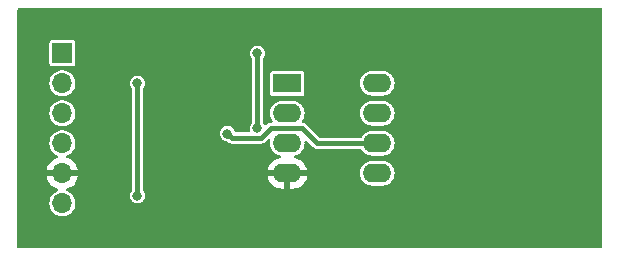
<source format=gbl>
G04 #@! TF.GenerationSoftware,KiCad,Pcbnew,7.0.1*
G04 #@! TF.CreationDate,2023-03-31T23:09:54+02:00*
G04 #@! TF.ProjectId,PMOD SPI Memory,504d4f44-2053-4504-9920-4d656d6f7279,V1.0*
G04 #@! TF.SameCoordinates,Original*
G04 #@! TF.FileFunction,Copper,L2,Bot*
G04 #@! TF.FilePolarity,Positive*
%FSLAX46Y46*%
G04 Gerber Fmt 4.6, Leading zero omitted, Abs format (unit mm)*
G04 Created by KiCad (PCBNEW 7.0.1) date 2023-03-31 23:09:54*
%MOMM*%
%LPD*%
G01*
G04 APERTURE LIST*
G04 #@! TA.AperFunction,ComponentPad*
%ADD10O,2.400000X1.600000*%
G04 #@! TD*
G04 #@! TA.AperFunction,ComponentPad*
%ADD11R,2.400000X1.600000*%
G04 #@! TD*
G04 #@! TA.AperFunction,ComponentPad*
%ADD12R,1.700000X1.700000*%
G04 #@! TD*
G04 #@! TA.AperFunction,ComponentPad*
%ADD13O,1.700000X1.700000*%
G04 #@! TD*
G04 #@! TA.AperFunction,ViaPad*
%ADD14C,0.800000*%
G04 #@! TD*
G04 #@! TA.AperFunction,Conductor*
%ADD15C,0.440000*%
G04 #@! TD*
G04 APERTURE END LIST*
D10*
X128270000Y-104140000D03*
X128270000Y-106680000D03*
X128270000Y-109220000D03*
X128270000Y-111760000D03*
X120650000Y-111760000D03*
X120650000Y-109220000D03*
X120650000Y-106680000D03*
D11*
X120650000Y-104140000D03*
D12*
X101600000Y-101600000D03*
D13*
X101600000Y-104140000D03*
X101600000Y-106680000D03*
X101600000Y-109220000D03*
X101600000Y-111760000D03*
X101600000Y-114300000D03*
D14*
X115570000Y-108400500D03*
X118110000Y-107950000D03*
X118110000Y-101600000D03*
X107950000Y-104140000D03*
X107950000Y-113665000D03*
D15*
X118110000Y-107950000D02*
X118110000Y-101600000D01*
X115939500Y-108770000D02*
X115570000Y-108400500D01*
X119269656Y-107950000D02*
X118449656Y-108770000D01*
X118449656Y-108770000D02*
X115939500Y-108770000D01*
X121920000Y-107950000D02*
X119269656Y-107950000D01*
X123190000Y-109220000D02*
X121920000Y-107950000D01*
X123190000Y-109220000D02*
X128270000Y-109220000D01*
X107950000Y-113665000D02*
X107950000Y-104140000D01*
G04 #@! TA.AperFunction,Conductor*
G36*
X147257500Y-97807113D02*
G01*
X147302887Y-97852500D01*
X147319500Y-97914500D01*
X147319500Y-117985500D01*
X147302887Y-118047500D01*
X147257500Y-118092887D01*
X147195500Y-118109500D01*
X97914500Y-118109500D01*
X97852500Y-118092887D01*
X97807113Y-118047500D01*
X97790500Y-117985500D01*
X97790500Y-112010000D01*
X100269364Y-112010000D01*
X100326569Y-112223492D01*
X100426399Y-112437576D01*
X100561893Y-112631081D01*
X100728918Y-112798106D01*
X100922423Y-112933600D01*
X101136508Y-113033430D01*
X101175584Y-113043901D01*
X101229261Y-113074125D01*
X101261771Y-113126449D01*
X101265090Y-113187961D01*
X101238399Y-113243479D01*
X101188285Y-113279303D01*
X101107360Y-113310653D01*
X100933958Y-113418018D01*
X100783236Y-113555419D01*
X100660324Y-113718181D01*
X100569418Y-113900748D01*
X100513602Y-114096916D01*
X100494785Y-114299999D01*
X100513602Y-114503083D01*
X100569418Y-114699251D01*
X100660324Y-114881818D01*
X100783236Y-115044580D01*
X100933958Y-115181981D01*
X101107361Y-115289347D01*
X101107363Y-115289348D01*
X101297544Y-115363024D01*
X101498024Y-115400500D01*
X101701974Y-115400500D01*
X101701976Y-115400500D01*
X101902456Y-115363024D01*
X102092637Y-115289348D01*
X102266041Y-115181981D01*
X102416764Y-115044579D01*
X102539673Y-114881821D01*
X102539673Y-114881819D01*
X102539675Y-114881818D01*
X102585313Y-114790161D01*
X102630582Y-114699250D01*
X102686397Y-114503083D01*
X102705215Y-114300000D01*
X102686397Y-114096917D01*
X102630582Y-113900750D01*
X102591279Y-113821818D01*
X102539675Y-113718181D01*
X102499515Y-113665000D01*
X107294721Y-113665000D01*
X107313763Y-113821818D01*
X107369780Y-113969523D01*
X107459515Y-114099528D01*
X107459516Y-114099529D01*
X107459517Y-114099530D01*
X107577760Y-114204283D01*
X107717635Y-114277696D01*
X107871015Y-114315500D01*
X108028985Y-114315500D01*
X108182365Y-114277696D01*
X108322240Y-114204283D01*
X108440483Y-114099530D01*
X108530220Y-113969523D01*
X108586237Y-113821818D01*
X108605278Y-113665000D01*
X108586237Y-113508182D01*
X108530220Y-113360477D01*
X108474190Y-113279303D01*
X108442450Y-113233319D01*
X108426115Y-113199769D01*
X108420500Y-113162879D01*
X108420500Y-112010000D01*
X118971128Y-112010000D01*
X119023733Y-112206326D01*
X119119865Y-112412480D01*
X119250341Y-112598819D01*
X119411180Y-112759658D01*
X119597519Y-112890134D01*
X119803673Y-112986266D01*
X120023397Y-113045141D01*
X120193235Y-113060000D01*
X120400000Y-113060000D01*
X120400000Y-112010000D01*
X120900000Y-112010000D01*
X120900000Y-113060000D01*
X121106765Y-113060000D01*
X121276602Y-113045141D01*
X121496326Y-112986266D01*
X121702480Y-112890134D01*
X121888819Y-112759658D01*
X122049658Y-112598819D01*
X122180134Y-112412480D01*
X122276266Y-112206326D01*
X122328872Y-112010000D01*
X120900000Y-112010000D01*
X120400000Y-112010000D01*
X118971128Y-112010000D01*
X108420500Y-112010000D01*
X108420500Y-111759999D01*
X126814417Y-111759999D01*
X126834699Y-111965932D01*
X126894769Y-112163956D01*
X126926592Y-112223492D01*
X126992315Y-112346450D01*
X127043608Y-112408952D01*
X127123589Y-112506410D01*
X127203570Y-112572047D01*
X127283550Y-112637685D01*
X127466046Y-112735232D01*
X127664066Y-112795300D01*
X127818392Y-112810500D01*
X128721607Y-112810500D01*
X128721608Y-112810500D01*
X128875934Y-112795300D01*
X129073954Y-112735232D01*
X129256450Y-112637685D01*
X129416410Y-112506410D01*
X129547685Y-112346450D01*
X129645232Y-112163954D01*
X129705300Y-111965934D01*
X129725583Y-111760000D01*
X129705300Y-111554066D01*
X129645232Y-111356046D01*
X129547685Y-111173550D01*
X129472898Y-111082421D01*
X129416410Y-111013589D01*
X129264499Y-110888921D01*
X129256450Y-110882315D01*
X129073954Y-110784768D01*
X128974944Y-110754734D01*
X128875932Y-110724699D01*
X128738467Y-110711160D01*
X128721608Y-110709500D01*
X127818392Y-110709500D01*
X127803192Y-110710996D01*
X127664067Y-110724699D01*
X127466043Y-110784769D01*
X127283551Y-110882314D01*
X127123589Y-111013589D01*
X126992314Y-111173551D01*
X126894769Y-111356043D01*
X126834699Y-111554067D01*
X126814417Y-111759999D01*
X108420500Y-111759999D01*
X108420500Y-108400500D01*
X114914721Y-108400500D01*
X114933763Y-108557318D01*
X114989780Y-108705023D01*
X115079515Y-108835028D01*
X115079516Y-108835029D01*
X115079517Y-108835030D01*
X115197760Y-108939783D01*
X115337635Y-109013196D01*
X115491015Y-109051000D01*
X115499069Y-109051000D01*
X115542402Y-109058818D01*
X115580272Y-109081287D01*
X115615336Y-109111670D01*
X115621817Y-109117705D01*
X115630594Y-109126483D01*
X115630597Y-109126485D01*
X115630599Y-109126487D01*
X115640556Y-109133940D01*
X115647434Y-109139484D01*
X115682513Y-109169880D01*
X115685909Y-109171430D01*
X115708708Y-109184958D01*
X115711695Y-109187194D01*
X115755186Y-109203414D01*
X115763357Y-109206799D01*
X115805582Y-109226083D01*
X115809276Y-109226614D01*
X115834958Y-109233170D01*
X115838457Y-109234475D01*
X115850732Y-109235352D01*
X115884755Y-109237785D01*
X115893532Y-109238728D01*
X115905852Y-109240500D01*
X115918280Y-109240500D01*
X115927126Y-109240816D01*
X115973408Y-109244126D01*
X115973408Y-109244125D01*
X115973410Y-109244126D01*
X115977051Y-109243333D01*
X116003409Y-109240500D01*
X118385747Y-109240500D01*
X118412104Y-109243333D01*
X118415746Y-109244126D01*
X118415746Y-109244125D01*
X118415747Y-109244126D01*
X118462030Y-109240816D01*
X118470876Y-109240500D01*
X118483300Y-109240500D01*
X118483304Y-109240500D01*
X118495620Y-109238728D01*
X118504402Y-109237784D01*
X118550697Y-109234475D01*
X118554197Y-109233169D01*
X118579881Y-109226613D01*
X118583574Y-109226083D01*
X118625800Y-109206797D01*
X118633948Y-109203422D01*
X118677461Y-109187194D01*
X118680448Y-109184958D01*
X118703251Y-109171429D01*
X118703429Y-109171347D01*
X118706643Y-109169880D01*
X118741743Y-109139464D01*
X118748606Y-109133934D01*
X118758557Y-109126486D01*
X118767336Y-109117705D01*
X118773799Y-109111687D01*
X118808892Y-109081280D01*
X118810907Y-109078143D01*
X118827541Y-109057500D01*
X119014326Y-108870715D01*
X119070698Y-108838415D01*
X119135665Y-108839053D01*
X119191393Y-108872454D01*
X119222581Y-108929449D01*
X119220668Y-108994391D01*
X119214699Y-109014065D01*
X119194417Y-109219999D01*
X119214699Y-109425932D01*
X119214700Y-109425934D01*
X119273532Y-109619880D01*
X119274769Y-109623956D01*
X119280650Y-109634959D01*
X119372315Y-109806450D01*
X119423609Y-109868952D01*
X119503589Y-109966410D01*
X119583569Y-110032047D01*
X119663550Y-110097685D01*
X119846046Y-110195232D01*
X120003160Y-110242891D01*
X120057109Y-110276195D01*
X120087545Y-110331815D01*
X120086508Y-110395209D01*
X120054269Y-110449804D01*
X119999257Y-110481326D01*
X119803673Y-110533733D01*
X119597519Y-110629865D01*
X119411180Y-110760341D01*
X119250341Y-110921180D01*
X119119865Y-111107519D01*
X119023733Y-111313673D01*
X118971128Y-111509999D01*
X118971128Y-111510000D01*
X122328872Y-111510000D01*
X122328871Y-111509999D01*
X122276266Y-111313673D01*
X122180134Y-111107519D01*
X122049658Y-110921180D01*
X121888819Y-110760341D01*
X121702480Y-110629865D01*
X121496326Y-110533733D01*
X121300742Y-110481326D01*
X121245730Y-110449804D01*
X121213491Y-110395209D01*
X121212454Y-110331815D01*
X121242890Y-110276195D01*
X121296837Y-110242892D01*
X121453954Y-110195232D01*
X121636450Y-110097685D01*
X121796410Y-109966410D01*
X121927685Y-109806450D01*
X122025232Y-109623954D01*
X122085300Y-109425934D01*
X122105583Y-109220000D01*
X122093771Y-109100075D01*
X122102613Y-109040471D01*
X122138509Y-108992070D01*
X122192983Y-108966306D01*
X122253169Y-108969262D01*
X122304855Y-109000242D01*
X122812110Y-109507497D01*
X122828741Y-109528134D01*
X122830762Y-109531279D01*
X122865844Y-109561678D01*
X122872322Y-109567709D01*
X122881098Y-109576485D01*
X122891031Y-109583921D01*
X122897923Y-109589474D01*
X122933013Y-109619880D01*
X122935337Y-109620941D01*
X122936411Y-109621432D01*
X122959207Y-109634957D01*
X122962195Y-109637194D01*
X123005686Y-109653414D01*
X123013855Y-109656799D01*
X123050178Y-109673386D01*
X123056082Y-109676083D01*
X123059776Y-109676614D01*
X123085458Y-109683170D01*
X123088957Y-109684475D01*
X123101232Y-109685352D01*
X123135255Y-109687785D01*
X123144032Y-109688728D01*
X123156352Y-109690500D01*
X123168780Y-109690500D01*
X123177626Y-109690816D01*
X123223908Y-109694126D01*
X123223908Y-109694125D01*
X123223910Y-109694126D01*
X123227551Y-109693333D01*
X123253909Y-109690500D01*
X126856015Y-109690500D01*
X126919763Y-109708141D01*
X126965373Y-109756046D01*
X126992315Y-109806450D01*
X127123589Y-109966410D01*
X127203569Y-110032047D01*
X127283550Y-110097685D01*
X127466046Y-110195232D01*
X127664066Y-110255300D01*
X127818392Y-110270500D01*
X128721607Y-110270500D01*
X128721608Y-110270500D01*
X128875934Y-110255300D01*
X129073954Y-110195232D01*
X129256450Y-110097685D01*
X129416410Y-109966410D01*
X129547685Y-109806450D01*
X129645232Y-109623954D01*
X129705300Y-109425934D01*
X129725583Y-109220000D01*
X129705300Y-109014066D01*
X129645232Y-108816046D01*
X129547685Y-108633550D01*
X129417913Y-108475421D01*
X129416410Y-108473589D01*
X129318952Y-108393608D01*
X129256450Y-108342315D01*
X129073954Y-108244768D01*
X128974943Y-108214733D01*
X128875932Y-108184699D01*
X128738467Y-108171160D01*
X128721608Y-108169500D01*
X127818392Y-108169500D01*
X127803192Y-108170996D01*
X127664067Y-108184699D01*
X127488692Y-108237898D01*
X127469630Y-108243681D01*
X127466043Y-108244769D01*
X127283551Y-108342314D01*
X127123589Y-108473589D01*
X126992315Y-108633549D01*
X126965373Y-108683954D01*
X126919763Y-108731859D01*
X126856015Y-108749500D01*
X123436249Y-108749500D01*
X123388796Y-108740061D01*
X123348568Y-108713181D01*
X122297888Y-107662501D01*
X122281254Y-107641860D01*
X122279236Y-107638720D01*
X122244154Y-107608321D01*
X122237674Y-107602287D01*
X122228904Y-107593517D01*
X122228901Y-107593514D01*
X122218951Y-107586065D01*
X122212070Y-107580520D01*
X122185717Y-107557685D01*
X122176987Y-107550120D01*
X122176985Y-107550119D01*
X122173585Y-107548566D01*
X122150794Y-107535043D01*
X122147804Y-107532805D01*
X122104312Y-107516584D01*
X122096137Y-107513198D01*
X122053918Y-107493917D01*
X122050216Y-107493384D01*
X122024546Y-107486832D01*
X122023682Y-107486510D01*
X122021040Y-107485524D01*
X122002075Y-107484168D01*
X121939069Y-107461543D01*
X121897007Y-107409463D01*
X121888147Y-107343108D01*
X121915072Y-107281818D01*
X121927685Y-107266450D01*
X122025232Y-107083954D01*
X122085300Y-106885934D01*
X122105583Y-106680000D01*
X126814417Y-106680000D01*
X126834699Y-106885932D01*
X126834700Y-106885934D01*
X126894768Y-107083954D01*
X126992315Y-107266450D01*
X127043608Y-107328952D01*
X127123589Y-107426410D01*
X127193969Y-107484168D01*
X127283550Y-107557685D01*
X127466046Y-107655232D01*
X127664066Y-107715300D01*
X127818392Y-107730500D01*
X128721607Y-107730500D01*
X128721608Y-107730500D01*
X128875934Y-107715300D01*
X129073954Y-107655232D01*
X129256450Y-107557685D01*
X129416410Y-107426410D01*
X129547685Y-107266450D01*
X129645232Y-107083954D01*
X129705300Y-106885934D01*
X129725583Y-106680000D01*
X129705300Y-106474066D01*
X129645232Y-106276046D01*
X129547685Y-106093550D01*
X129417913Y-105935421D01*
X129416410Y-105933589D01*
X129318952Y-105853609D01*
X129256450Y-105802315D01*
X129073954Y-105704768D01*
X128974943Y-105674733D01*
X128875932Y-105644699D01*
X128738467Y-105631160D01*
X128721608Y-105629500D01*
X127818392Y-105629500D01*
X127803193Y-105630996D01*
X127664067Y-105644699D01*
X127466043Y-105704769D01*
X127283551Y-105802314D01*
X127123589Y-105933589D01*
X126992314Y-106093551D01*
X126894769Y-106276043D01*
X126834699Y-106474067D01*
X126814417Y-106680000D01*
X122105583Y-106680000D01*
X122085300Y-106474066D01*
X122025232Y-106276046D01*
X121927685Y-106093550D01*
X121797913Y-105935421D01*
X121796410Y-105933589D01*
X121698952Y-105853609D01*
X121636450Y-105802315D01*
X121453954Y-105704768D01*
X121354943Y-105674733D01*
X121255932Y-105644699D01*
X121118467Y-105631160D01*
X121101608Y-105629500D01*
X120198392Y-105629500D01*
X120183193Y-105630996D01*
X120044067Y-105644699D01*
X119846043Y-105704769D01*
X119663551Y-105802314D01*
X119503589Y-105933589D01*
X119372314Y-106093551D01*
X119274769Y-106276043D01*
X119214699Y-106474067D01*
X119194417Y-106680000D01*
X119214699Y-106885932D01*
X119214700Y-106885934D01*
X119274768Y-107083954D01*
X119372315Y-107266450D01*
X119377966Y-107273336D01*
X119378813Y-107274368D01*
X119405735Y-107335660D01*
X119396873Y-107402014D01*
X119354809Y-107454092D01*
X119291804Y-107476715D01*
X119257282Y-107479184D01*
X119248436Y-107479500D01*
X119236007Y-107479500D01*
X119223706Y-107481268D01*
X119214913Y-107482213D01*
X119168610Y-107485525D01*
X119165104Y-107486833D01*
X119139444Y-107493383D01*
X119135739Y-107493916D01*
X119093515Y-107513198D01*
X119085344Y-107516583D01*
X119041847Y-107532807D01*
X119038853Y-107535049D01*
X119016077Y-107548563D01*
X119012669Y-107550119D01*
X118977579Y-107580523D01*
X118970701Y-107586066D01*
X118960757Y-107593511D01*
X118951964Y-107602303D01*
X118945497Y-107608323D01*
X118910419Y-107638720D01*
X118908397Y-107641866D01*
X118891768Y-107662499D01*
X118884687Y-107669580D01*
X118839221Y-107698492D01*
X118785784Y-107705390D01*
X118734466Y-107688972D01*
X118694956Y-107652338D01*
X118602450Y-107518318D01*
X118586114Y-107484769D01*
X118580500Y-107447879D01*
X118580500Y-104964675D01*
X119199500Y-104964675D01*
X119214033Y-105037738D01*
X119214033Y-105037739D01*
X119214034Y-105037740D01*
X119269399Y-105120601D01*
X119352260Y-105175966D01*
X119388793Y-105183233D01*
X119425325Y-105190500D01*
X119425326Y-105190500D01*
X121874674Y-105190500D01*
X121874675Y-105190500D01*
X121899029Y-105185655D01*
X121947740Y-105175966D01*
X122030601Y-105120601D01*
X122085966Y-105037740D01*
X122100500Y-104964674D01*
X122100500Y-104140000D01*
X126814417Y-104140000D01*
X126834699Y-104345932D01*
X126834700Y-104345934D01*
X126893341Y-104539251D01*
X126894769Y-104543956D01*
X126911111Y-104574530D01*
X126992315Y-104726450D01*
X127043608Y-104788952D01*
X127123589Y-104886410D01*
X127203570Y-104952047D01*
X127283550Y-105017685D01*
X127466046Y-105115232D01*
X127664066Y-105175300D01*
X127818392Y-105190500D01*
X128721607Y-105190500D01*
X128721608Y-105190500D01*
X128875934Y-105175300D01*
X129073954Y-105115232D01*
X129256450Y-105017685D01*
X129416410Y-104886410D01*
X129547685Y-104726450D01*
X129645232Y-104543954D01*
X129705300Y-104345934D01*
X129725583Y-104140000D01*
X129705300Y-103934066D01*
X129645232Y-103736046D01*
X129547685Y-103553550D01*
X129417913Y-103395421D01*
X129416410Y-103393589D01*
X129318952Y-103313609D01*
X129256450Y-103262315D01*
X129073954Y-103164768D01*
X128974943Y-103134733D01*
X128875932Y-103104699D01*
X128738467Y-103091160D01*
X128721608Y-103089500D01*
X127818392Y-103089500D01*
X127803192Y-103090996D01*
X127664067Y-103104699D01*
X127466043Y-103164769D01*
X127283551Y-103262314D01*
X127123589Y-103393589D01*
X126992314Y-103553551D01*
X126894769Y-103736043D01*
X126834699Y-103934067D01*
X126814417Y-104140000D01*
X122100500Y-104140000D01*
X122100500Y-103315326D01*
X122085966Y-103242260D01*
X122030601Y-103159399D01*
X121947740Y-103104034D01*
X121947739Y-103104033D01*
X121947738Y-103104033D01*
X121874675Y-103089500D01*
X121874674Y-103089500D01*
X119425326Y-103089500D01*
X119425325Y-103089500D01*
X119352261Y-103104033D01*
X119269399Y-103159399D01*
X119214033Y-103242261D01*
X119199500Y-103315325D01*
X119199500Y-104964675D01*
X118580500Y-104964675D01*
X118580500Y-102102121D01*
X118586115Y-102065231D01*
X118602450Y-102031681D01*
X118631116Y-101990150D01*
X118690220Y-101904523D01*
X118746237Y-101756818D01*
X118765278Y-101600000D01*
X118746237Y-101443182D01*
X118690220Y-101295477D01*
X118600483Y-101165470D01*
X118482240Y-101060717D01*
X118468994Y-101053765D01*
X118342364Y-100987303D01*
X118188985Y-100949500D01*
X118031015Y-100949500D01*
X117877635Y-100987303D01*
X117737761Y-101060716D01*
X117619515Y-101165471D01*
X117529780Y-101295476D01*
X117473763Y-101443181D01*
X117454721Y-101600000D01*
X117473763Y-101756818D01*
X117529780Y-101904523D01*
X117617550Y-102031681D01*
X117633885Y-102065231D01*
X117639500Y-102102121D01*
X117639500Y-107447879D01*
X117633885Y-107484769D01*
X117617550Y-107518319D01*
X117529780Y-107645476D01*
X117473763Y-107793181D01*
X117454721Y-107949999D01*
X117469639Y-108072857D01*
X117473763Y-108106818D01*
X117483135Y-108131530D01*
X117490289Y-108190446D01*
X117469243Y-108245940D01*
X117424819Y-108285296D01*
X117367193Y-108299500D01*
X116312997Y-108299500D01*
X116264393Y-108289577D01*
X116223568Y-108261398D01*
X116197055Y-108219471D01*
X116183868Y-108184699D01*
X116150220Y-108095977D01*
X116060483Y-107965970D01*
X115942240Y-107861217D01*
X115928994Y-107854264D01*
X115802364Y-107787803D01*
X115648985Y-107750000D01*
X115491015Y-107750000D01*
X115337635Y-107787803D01*
X115197761Y-107861216D01*
X115079515Y-107965971D01*
X114989780Y-108095976D01*
X114933763Y-108243681D01*
X114914721Y-108400500D01*
X108420500Y-108400500D01*
X108420500Y-104642121D01*
X108426115Y-104605231D01*
X108442450Y-104571681D01*
X108471116Y-104530150D01*
X108530220Y-104444523D01*
X108586237Y-104296818D01*
X108605278Y-104140000D01*
X108586237Y-103983182D01*
X108530220Y-103835477D01*
X108440483Y-103705470D01*
X108322240Y-103600717D01*
X108308994Y-103593765D01*
X108182364Y-103527303D01*
X108028985Y-103489500D01*
X107871015Y-103489500D01*
X107717635Y-103527303D01*
X107577761Y-103600716D01*
X107459515Y-103705471D01*
X107369780Y-103835476D01*
X107313763Y-103983181D01*
X107294721Y-104139999D01*
X107313763Y-104296818D01*
X107369780Y-104444523D01*
X107457550Y-104571681D01*
X107473885Y-104605231D01*
X107479500Y-104642121D01*
X107479500Y-113162879D01*
X107473885Y-113199769D01*
X107457550Y-113233319D01*
X107369780Y-113360476D01*
X107313763Y-113508181D01*
X107294721Y-113665000D01*
X102499515Y-113665000D01*
X102416763Y-113555419D01*
X102266041Y-113418018D01*
X102092640Y-113310653D01*
X102073382Y-113303192D01*
X102011712Y-113279301D01*
X101961600Y-113243479D01*
X101934909Y-113187961D01*
X101938228Y-113126449D01*
X101970738Y-113074124D01*
X102024416Y-113043901D01*
X102063490Y-113033431D01*
X102277576Y-112933600D01*
X102471081Y-112798106D01*
X102638106Y-112631081D01*
X102773600Y-112437576D01*
X102873430Y-112223492D01*
X102930636Y-112010000D01*
X100269364Y-112010000D01*
X97790500Y-112010000D01*
X97790500Y-111510000D01*
X100269364Y-111510000D01*
X102930636Y-111510000D01*
X102930635Y-111509999D01*
X102873430Y-111296507D01*
X102773599Y-111082421D01*
X102638109Y-110888921D01*
X102471081Y-110721893D01*
X102277576Y-110586399D01*
X102063488Y-110486567D01*
X102024413Y-110476097D01*
X101970736Y-110445873D01*
X101938228Y-110393549D01*
X101934910Y-110332037D01*
X101961601Y-110276519D01*
X102011713Y-110240697D01*
X102092637Y-110209348D01*
X102266041Y-110101981D01*
X102270753Y-110097685D01*
X102416763Y-109964580D01*
X102539675Y-109801818D01*
X102593693Y-109693334D01*
X102630582Y-109619250D01*
X102686397Y-109423083D01*
X102705215Y-109220000D01*
X102686397Y-109016917D01*
X102685338Y-109013196D01*
X102645293Y-108872454D01*
X102630582Y-108820750D01*
X102586320Y-108731859D01*
X102539675Y-108638181D01*
X102416763Y-108475419D01*
X102266041Y-108338018D01*
X102092638Y-108230652D01*
X101902457Y-108156976D01*
X101835629Y-108144483D01*
X101701976Y-108119500D01*
X101498024Y-108119500D01*
X101433680Y-108131528D01*
X101297542Y-108156976D01*
X101107361Y-108230652D01*
X100933958Y-108338018D01*
X100783236Y-108475419D01*
X100660324Y-108638181D01*
X100569418Y-108820748D01*
X100513602Y-109016916D01*
X100494785Y-109220000D01*
X100513602Y-109423083D01*
X100569418Y-109619251D01*
X100660324Y-109801818D01*
X100783236Y-109964580D01*
X100933958Y-110101981D01*
X101107361Y-110209347D01*
X101107363Y-110209348D01*
X101188286Y-110240697D01*
X101238398Y-110276519D01*
X101265089Y-110332037D01*
X101261771Y-110393548D01*
X101229263Y-110445873D01*
X101175586Y-110476097D01*
X101136511Y-110486567D01*
X100922421Y-110586400D01*
X100728921Y-110721890D01*
X100561890Y-110888921D01*
X100426400Y-111082421D01*
X100326569Y-111296507D01*
X100269364Y-111509999D01*
X100269364Y-111510000D01*
X97790500Y-111510000D01*
X97790500Y-106680000D01*
X100494785Y-106680000D01*
X100513602Y-106883083D01*
X100569418Y-107079251D01*
X100660324Y-107261818D01*
X100783236Y-107424580D01*
X100933958Y-107561981D01*
X101107361Y-107669347D01*
X101107363Y-107669348D01*
X101297544Y-107743024D01*
X101498024Y-107780500D01*
X101701974Y-107780500D01*
X101701976Y-107780500D01*
X101902456Y-107743024D01*
X102092637Y-107669348D01*
X102266041Y-107561981D01*
X102298043Y-107532807D01*
X102416763Y-107424580D01*
X102483912Y-107335660D01*
X102539673Y-107261821D01*
X102539673Y-107261819D01*
X102539675Y-107261818D01*
X102585313Y-107170161D01*
X102630582Y-107079250D01*
X102686397Y-106883083D01*
X102705215Y-106680000D01*
X102686397Y-106476917D01*
X102630582Y-106280750D01*
X102628238Y-106276043D01*
X102539675Y-106098181D01*
X102416763Y-105935419D01*
X102266041Y-105798018D01*
X102092638Y-105690652D01*
X101902457Y-105616976D01*
X101835629Y-105604483D01*
X101701976Y-105579500D01*
X101498024Y-105579500D01*
X101397784Y-105598237D01*
X101297542Y-105616976D01*
X101107361Y-105690652D01*
X100933958Y-105798018D01*
X100783236Y-105935419D01*
X100660324Y-106098181D01*
X100569418Y-106280748D01*
X100513602Y-106476916D01*
X100494785Y-106680000D01*
X97790500Y-106680000D01*
X97790500Y-104140000D01*
X100494785Y-104140000D01*
X100513602Y-104343083D01*
X100569418Y-104539251D01*
X100660324Y-104721818D01*
X100783236Y-104884580D01*
X100933958Y-105021981D01*
X101093234Y-105120600D01*
X101107363Y-105129348D01*
X101297544Y-105203024D01*
X101498024Y-105240500D01*
X101701974Y-105240500D01*
X101701976Y-105240500D01*
X101902456Y-105203024D01*
X102092637Y-105129348D01*
X102266041Y-105021981D01*
X102328904Y-104964674D01*
X102416763Y-104884580D01*
X102539675Y-104721818D01*
X102585313Y-104630161D01*
X102630582Y-104539250D01*
X102686397Y-104343083D01*
X102705215Y-104140000D01*
X102686397Y-103936917D01*
X102630582Y-103740750D01*
X102613015Y-103705470D01*
X102539675Y-103558181D01*
X102416763Y-103395419D01*
X102266041Y-103258018D01*
X102092638Y-103150652D01*
X101902457Y-103076976D01*
X101835629Y-103064483D01*
X101701976Y-103039500D01*
X101498024Y-103039500D01*
X101397783Y-103058238D01*
X101297542Y-103076976D01*
X101107361Y-103150652D01*
X100933958Y-103258018D01*
X100783236Y-103395419D01*
X100660324Y-103558181D01*
X100569418Y-103740748D01*
X100513602Y-103936916D01*
X100494785Y-104140000D01*
X97790500Y-104140000D01*
X97790500Y-102474675D01*
X100499500Y-102474675D01*
X100514033Y-102547738D01*
X100514033Y-102547739D01*
X100514034Y-102547740D01*
X100569399Y-102630601D01*
X100652260Y-102685966D01*
X100688792Y-102693232D01*
X100725325Y-102700500D01*
X100725326Y-102700500D01*
X102474674Y-102700500D01*
X102474675Y-102700500D01*
X102499029Y-102695655D01*
X102547740Y-102685966D01*
X102630601Y-102630601D01*
X102685966Y-102547740D01*
X102700500Y-102474674D01*
X102700500Y-100725326D01*
X102685966Y-100652260D01*
X102630601Y-100569399D01*
X102547740Y-100514034D01*
X102547739Y-100514033D01*
X102547738Y-100514033D01*
X102474675Y-100499500D01*
X102474674Y-100499500D01*
X100725326Y-100499500D01*
X100725325Y-100499500D01*
X100652261Y-100514033D01*
X100569399Y-100569399D01*
X100514033Y-100652261D01*
X100499500Y-100725325D01*
X100499500Y-102474675D01*
X97790500Y-102474675D01*
X97790500Y-97914500D01*
X97807113Y-97852500D01*
X97852500Y-97807113D01*
X97914500Y-97790500D01*
X147195500Y-97790500D01*
X147257500Y-97807113D01*
G37*
G04 #@! TD.AperFunction*
M02*

</source>
